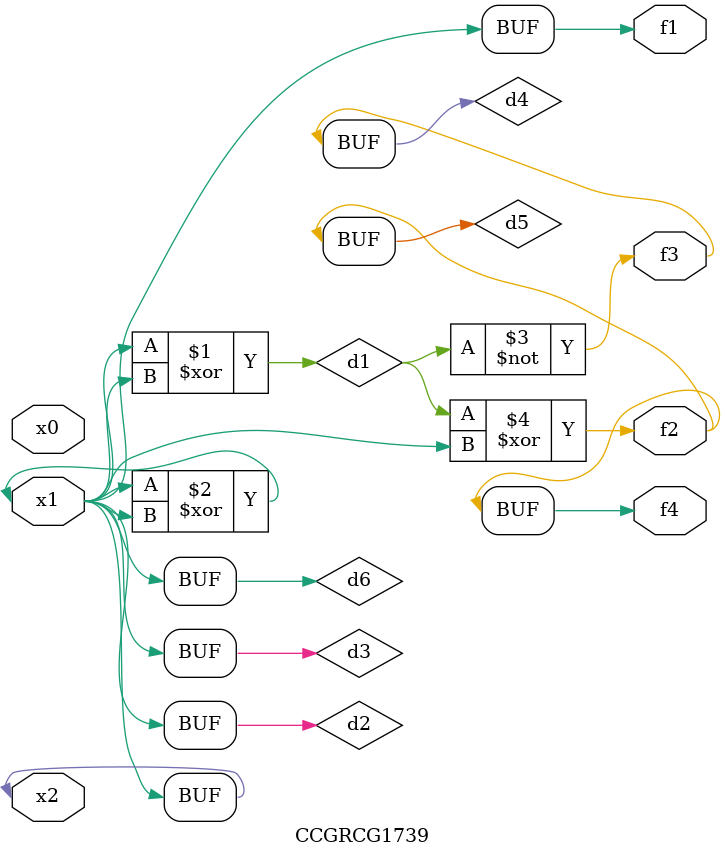
<source format=v>
module CCGRCG1739(
	input x0, x1, x2,
	output f1, f2, f3, f4
);

	wire d1, d2, d3, d4, d5, d6;

	xor (d1, x1, x2);
	buf (d2, x1, x2);
	xor (d3, x1, x2);
	nor (d4, d1);
	xor (d5, d1, d2);
	buf (d6, d2, d3);
	assign f1 = d6;
	assign f2 = d5;
	assign f3 = d4;
	assign f4 = d5;
endmodule

</source>
